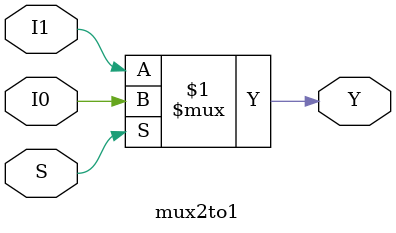
<source format=v>
module mux2to1 (
	input wire I0,
	input wire I1,
	input wire S,
	output wire Y
);
assign Y = (S) ? I0 : I1;
endmodule

</source>
